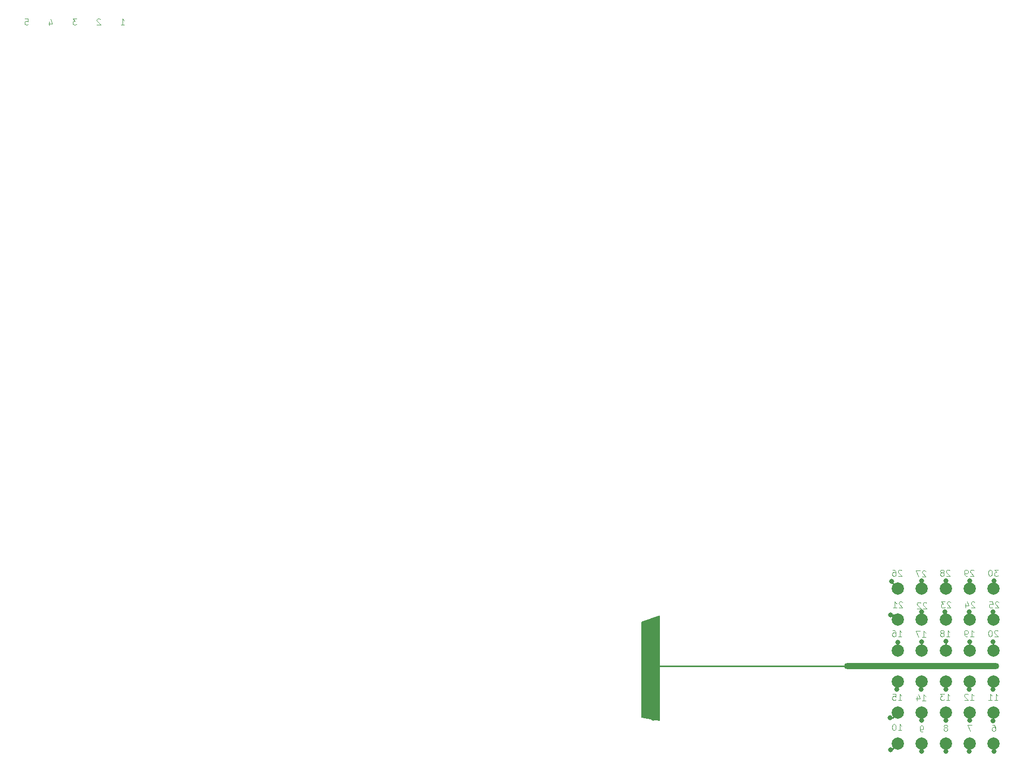
<source format=gbr>
%TF.GenerationSoftware,KiCad,Pcbnew,7.0.8*%
%TF.CreationDate,2023-11-07T17:21:35-08:00*%
%TF.ProjectId,trill-flex-slider,7472696c-6c2d-4666-9c65-782d736c6964,C1*%
%TF.SameCoordinates,Original*%
%TF.FileFunction,Copper,L2,Bot*%
%TF.FilePolarity,Positive*%
%FSLAX46Y46*%
G04 Gerber Fmt 4.6, Leading zero omitted, Abs format (unit mm)*
G04 Created by KiCad (PCBNEW 7.0.8) date 2023-11-07 17:21:35*
%MOMM*%
%LPD*%
G01*
G04 APERTURE LIST*
G04 Aperture macros list*
%AMRoundRect*
0 Rectangle with rounded corners*
0 $1 Rounding radius*
0 $2 $3 $4 $5 $6 $7 $8 $9 X,Y pos of 4 corners*
0 Add a 4 corners polygon primitive as box body*
4,1,4,$2,$3,$4,$5,$6,$7,$8,$9,$2,$3,0*
0 Add four circle primitives for the rounded corners*
1,1,$1+$1,$2,$3*
1,1,$1+$1,$4,$5*
1,1,$1+$1,$6,$7*
1,1,$1+$1,$8,$9*
0 Add four rect primitives between the rounded corners*
20,1,$1+$1,$2,$3,$4,$5,0*
20,1,$1+$1,$4,$5,$6,$7,0*
20,1,$1+$1,$6,$7,$8,$9,0*
20,1,$1+$1,$8,$9,$2,$3,0*%
G04 Aperture macros list end*
%ADD10C,0.100000*%
%TA.AperFunction,NonConductor*%
%ADD11C,0.100000*%
%TD*%
%TA.AperFunction,SMDPad,CuDef*%
%ADD12C,2.000000*%
%TD*%
%TA.AperFunction,SMDPad,CuDef*%
%ADD13RoundRect,0.500000X12.200000X0.000000X-12.200000X0.000000X-12.200000X0.000000X12.200000X0.000000X0*%
%TD*%
%TA.AperFunction,ViaPad*%
%ADD14C,0.800000*%
%TD*%
%TA.AperFunction,Conductor*%
%ADD15C,0.250000*%
%TD*%
G04 APERTURE END LIST*
D10*
D11*
X11554734Y1159342D02*
X11507115Y1206961D01*
X11507115Y1206961D02*
X11411877Y1254580D01*
X11411877Y1254580D02*
X11173782Y1254580D01*
X11173782Y1254580D02*
X11078544Y1206961D01*
X11078544Y1206961D02*
X11030925Y1159342D01*
X11030925Y1159342D02*
X10983306Y1064104D01*
X10983306Y1064104D02*
X10983306Y968866D01*
X10983306Y968866D02*
X11030925Y826009D01*
X11030925Y826009D02*
X11602353Y254580D01*
X11602353Y254580D02*
X10983306Y254580D01*
D10*
D11*
X150034106Y-110379419D02*
X150605534Y-110379419D01*
X150319820Y-110379419D02*
X150319820Y-109379419D01*
X150319820Y-109379419D02*
X150415058Y-109522276D01*
X150415058Y-109522276D02*
X150510296Y-109617514D01*
X150510296Y-109617514D02*
X150605534Y-109665133D01*
X149700772Y-109379419D02*
X149081725Y-109379419D01*
X149081725Y-109379419D02*
X149415058Y-109760371D01*
X149415058Y-109760371D02*
X149272201Y-109760371D01*
X149272201Y-109760371D02*
X149176963Y-109807990D01*
X149176963Y-109807990D02*
X149129344Y-109855609D01*
X149129344Y-109855609D02*
X149081725Y-109950847D01*
X149081725Y-109950847D02*
X149081725Y-110188942D01*
X149081725Y-110188942D02*
X149129344Y-110284180D01*
X149129344Y-110284180D02*
X149176963Y-110331800D01*
X149176963Y-110331800D02*
X149272201Y-110379419D01*
X149272201Y-110379419D02*
X149557915Y-110379419D01*
X149557915Y-110379419D02*
X149653153Y-110331800D01*
X149653153Y-110331800D02*
X149700772Y-110284180D01*
D10*
D11*
X142160106Y-99965419D02*
X142731534Y-99965419D01*
X142445820Y-99965419D02*
X142445820Y-98965419D01*
X142445820Y-98965419D02*
X142541058Y-99108276D01*
X142541058Y-99108276D02*
X142636296Y-99203514D01*
X142636296Y-99203514D02*
X142731534Y-99251133D01*
X141302963Y-98965419D02*
X141493439Y-98965419D01*
X141493439Y-98965419D02*
X141588677Y-99013038D01*
X141588677Y-99013038D02*
X141636296Y-99060657D01*
X141636296Y-99060657D02*
X141731534Y-99203514D01*
X141731534Y-99203514D02*
X141779153Y-99393990D01*
X141779153Y-99393990D02*
X141779153Y-99774942D01*
X141779153Y-99774942D02*
X141731534Y-99870180D01*
X141731534Y-99870180D02*
X141683915Y-99917800D01*
X141683915Y-99917800D02*
X141588677Y-99965419D01*
X141588677Y-99965419D02*
X141398201Y-99965419D01*
X141398201Y-99965419D02*
X141302963Y-99917800D01*
X141302963Y-99917800D02*
X141255344Y-99870180D01*
X141255344Y-99870180D02*
X141207725Y-99774942D01*
X141207725Y-99774942D02*
X141207725Y-99536847D01*
X141207725Y-99536847D02*
X141255344Y-99441609D01*
X141255344Y-99441609D02*
X141302963Y-99393990D01*
X141302963Y-99393990D02*
X141398201Y-99346371D01*
X141398201Y-99346371D02*
X141588677Y-99346371D01*
X141588677Y-99346371D02*
X141683915Y-99393990D01*
X141683915Y-99393990D02*
X141731534Y-99441609D01*
X141731534Y-99441609D02*
X141779153Y-99536847D01*
D10*
D11*
X150605534Y-89154657D02*
X150557915Y-89107038D01*
X150557915Y-89107038D02*
X150462677Y-89059419D01*
X150462677Y-89059419D02*
X150224582Y-89059419D01*
X150224582Y-89059419D02*
X150129344Y-89107038D01*
X150129344Y-89107038D02*
X150081725Y-89154657D01*
X150081725Y-89154657D02*
X150034106Y-89249895D01*
X150034106Y-89249895D02*
X150034106Y-89345133D01*
X150034106Y-89345133D02*
X150081725Y-89487990D01*
X150081725Y-89487990D02*
X150653153Y-90059419D01*
X150653153Y-90059419D02*
X150034106Y-90059419D01*
X149462677Y-89487990D02*
X149557915Y-89440371D01*
X149557915Y-89440371D02*
X149605534Y-89392752D01*
X149605534Y-89392752D02*
X149653153Y-89297514D01*
X149653153Y-89297514D02*
X149653153Y-89249895D01*
X149653153Y-89249895D02*
X149605534Y-89154657D01*
X149605534Y-89154657D02*
X149557915Y-89107038D01*
X149557915Y-89107038D02*
X149462677Y-89059419D01*
X149462677Y-89059419D02*
X149272201Y-89059419D01*
X149272201Y-89059419D02*
X149176963Y-89107038D01*
X149176963Y-89107038D02*
X149129344Y-89154657D01*
X149129344Y-89154657D02*
X149081725Y-89249895D01*
X149081725Y-89249895D02*
X149081725Y-89297514D01*
X149081725Y-89297514D02*
X149129344Y-89392752D01*
X149129344Y-89392752D02*
X149176963Y-89440371D01*
X149176963Y-89440371D02*
X149272201Y-89487990D01*
X149272201Y-89487990D02*
X149462677Y-89487990D01*
X149462677Y-89487990D02*
X149557915Y-89535609D01*
X149557915Y-89535609D02*
X149605534Y-89583228D01*
X149605534Y-89583228D02*
X149653153Y-89678466D01*
X149653153Y-89678466D02*
X149653153Y-89868942D01*
X149653153Y-89868942D02*
X149605534Y-89964180D01*
X149605534Y-89964180D02*
X149557915Y-90011800D01*
X149557915Y-90011800D02*
X149462677Y-90059419D01*
X149462677Y-90059419D02*
X149272201Y-90059419D01*
X149272201Y-90059419D02*
X149176963Y-90011800D01*
X149176963Y-90011800D02*
X149129344Y-89964180D01*
X149129344Y-89964180D02*
X149081725Y-89868942D01*
X149081725Y-89868942D02*
X149081725Y-89678466D01*
X149081725Y-89678466D02*
X149129344Y-89583228D01*
X149129344Y-89583228D02*
X149176963Y-89535609D01*
X149176963Y-89535609D02*
X149272201Y-89487990D01*
D10*
D11*
X150034106Y-99965419D02*
X150605534Y-99965419D01*
X150319820Y-99965419D02*
X150319820Y-98965419D01*
X150319820Y-98965419D02*
X150415058Y-99108276D01*
X150415058Y-99108276D02*
X150510296Y-99203514D01*
X150510296Y-99203514D02*
X150605534Y-99251133D01*
X149462677Y-99393990D02*
X149557915Y-99346371D01*
X149557915Y-99346371D02*
X149605534Y-99298752D01*
X149605534Y-99298752D02*
X149653153Y-99203514D01*
X149653153Y-99203514D02*
X149653153Y-99155895D01*
X149653153Y-99155895D02*
X149605534Y-99060657D01*
X149605534Y-99060657D02*
X149557915Y-99013038D01*
X149557915Y-99013038D02*
X149462677Y-98965419D01*
X149462677Y-98965419D02*
X149272201Y-98965419D01*
X149272201Y-98965419D02*
X149176963Y-99013038D01*
X149176963Y-99013038D02*
X149129344Y-99060657D01*
X149129344Y-99060657D02*
X149081725Y-99155895D01*
X149081725Y-99155895D02*
X149081725Y-99203514D01*
X149081725Y-99203514D02*
X149129344Y-99298752D01*
X149129344Y-99298752D02*
X149176963Y-99346371D01*
X149176963Y-99346371D02*
X149272201Y-99393990D01*
X149272201Y-99393990D02*
X149462677Y-99393990D01*
X149462677Y-99393990D02*
X149557915Y-99441609D01*
X149557915Y-99441609D02*
X149605534Y-99489228D01*
X149605534Y-99489228D02*
X149653153Y-99584466D01*
X149653153Y-99584466D02*
X149653153Y-99774942D01*
X149653153Y-99774942D02*
X149605534Y-99870180D01*
X149605534Y-99870180D02*
X149557915Y-99917800D01*
X149557915Y-99917800D02*
X149462677Y-99965419D01*
X149462677Y-99965419D02*
X149272201Y-99965419D01*
X149272201Y-99965419D02*
X149176963Y-99917800D01*
X149176963Y-99917800D02*
X149129344Y-99870180D01*
X149129344Y-99870180D02*
X149081725Y-99774942D01*
X149081725Y-99774942D02*
X149081725Y-99584466D01*
X149081725Y-99584466D02*
X149129344Y-99489228D01*
X149129344Y-99489228D02*
X149176963Y-99441609D01*
X149176963Y-99441609D02*
X149272201Y-99393990D01*
D10*
D11*
X154542534Y-89154657D02*
X154494915Y-89107038D01*
X154494915Y-89107038D02*
X154399677Y-89059419D01*
X154399677Y-89059419D02*
X154161582Y-89059419D01*
X154161582Y-89059419D02*
X154066344Y-89107038D01*
X154066344Y-89107038D02*
X154018725Y-89154657D01*
X154018725Y-89154657D02*
X153971106Y-89249895D01*
X153971106Y-89249895D02*
X153971106Y-89345133D01*
X153971106Y-89345133D02*
X154018725Y-89487990D01*
X154018725Y-89487990D02*
X154590153Y-90059419D01*
X154590153Y-90059419D02*
X153971106Y-90059419D01*
X153494915Y-90059419D02*
X153304439Y-90059419D01*
X153304439Y-90059419D02*
X153209201Y-90011800D01*
X153209201Y-90011800D02*
X153161582Y-89964180D01*
X153161582Y-89964180D02*
X153066344Y-89821323D01*
X153066344Y-89821323D02*
X153018725Y-89630847D01*
X153018725Y-89630847D02*
X153018725Y-89249895D01*
X153018725Y-89249895D02*
X153066344Y-89154657D01*
X153066344Y-89154657D02*
X153113963Y-89107038D01*
X153113963Y-89107038D02*
X153209201Y-89059419D01*
X153209201Y-89059419D02*
X153399677Y-89059419D01*
X153399677Y-89059419D02*
X153494915Y-89107038D01*
X153494915Y-89107038D02*
X153542534Y-89154657D01*
X153542534Y-89154657D02*
X153590153Y-89249895D01*
X153590153Y-89249895D02*
X153590153Y-89487990D01*
X153590153Y-89487990D02*
X153542534Y-89583228D01*
X153542534Y-89583228D02*
X153494915Y-89630847D01*
X153494915Y-89630847D02*
X153399677Y-89678466D01*
X153399677Y-89678466D02*
X153209201Y-89678466D01*
X153209201Y-89678466D02*
X153113963Y-89630847D01*
X153113963Y-89630847D02*
X153066344Y-89583228D01*
X153066344Y-89583228D02*
X153018725Y-89487990D01*
D10*
D11*
X-780074Y1254580D02*
X-303884Y1254580D01*
X-303884Y1254580D02*
X-256265Y778390D01*
X-256265Y778390D02*
X-303884Y826009D01*
X-303884Y826009D02*
X-399122Y873628D01*
X-399122Y873628D02*
X-637217Y873628D01*
X-637217Y873628D02*
X-732455Y826009D01*
X-732455Y826009D02*
X-780074Y778390D01*
X-780074Y778390D02*
X-827693Y683152D01*
X-827693Y683152D02*
X-827693Y445057D01*
X-827693Y445057D02*
X-780074Y349819D01*
X-780074Y349819D02*
X-732455Y302200D01*
X-732455Y302200D02*
X-637217Y254580D01*
X-637217Y254580D02*
X-399122Y254580D01*
X-399122Y254580D02*
X-303884Y302200D01*
X-303884Y302200D02*
X-256265Y349819D01*
D10*
D11*
X142160106Y-110379419D02*
X142731534Y-110379419D01*
X142445820Y-110379419D02*
X142445820Y-109379419D01*
X142445820Y-109379419D02*
X142541058Y-109522276D01*
X142541058Y-109522276D02*
X142636296Y-109617514D01*
X142636296Y-109617514D02*
X142731534Y-109665133D01*
X141255344Y-109379419D02*
X141731534Y-109379419D01*
X141731534Y-109379419D02*
X141779153Y-109855609D01*
X141779153Y-109855609D02*
X141731534Y-109807990D01*
X141731534Y-109807990D02*
X141636296Y-109760371D01*
X141636296Y-109760371D02*
X141398201Y-109760371D01*
X141398201Y-109760371D02*
X141302963Y-109807990D01*
X141302963Y-109807990D02*
X141255344Y-109855609D01*
X141255344Y-109855609D02*
X141207725Y-109950847D01*
X141207725Y-109950847D02*
X141207725Y-110188942D01*
X141207725Y-110188942D02*
X141255344Y-110284180D01*
X141255344Y-110284180D02*
X141302963Y-110331800D01*
X141302963Y-110331800D02*
X141398201Y-110379419D01*
X141398201Y-110379419D02*
X141636296Y-110379419D01*
X141636296Y-110379419D02*
X141731534Y-110331800D01*
X141731534Y-110331800D02*
X141779153Y-110284180D01*
D10*
D11*
X146668534Y-89281657D02*
X146620915Y-89234038D01*
X146620915Y-89234038D02*
X146525677Y-89186419D01*
X146525677Y-89186419D02*
X146287582Y-89186419D01*
X146287582Y-89186419D02*
X146192344Y-89234038D01*
X146192344Y-89234038D02*
X146144725Y-89281657D01*
X146144725Y-89281657D02*
X146097106Y-89376895D01*
X146097106Y-89376895D02*
X146097106Y-89472133D01*
X146097106Y-89472133D02*
X146144725Y-89614990D01*
X146144725Y-89614990D02*
X146716153Y-90186419D01*
X146716153Y-90186419D02*
X146097106Y-90186419D01*
X145763772Y-89186419D02*
X145097106Y-89186419D01*
X145097106Y-89186419D02*
X145525677Y-90186419D01*
D10*
D11*
X150034058Y-114887990D02*
X150129296Y-114840371D01*
X150129296Y-114840371D02*
X150176915Y-114792752D01*
X150176915Y-114792752D02*
X150224534Y-114697514D01*
X150224534Y-114697514D02*
X150224534Y-114649895D01*
X150224534Y-114649895D02*
X150176915Y-114554657D01*
X150176915Y-114554657D02*
X150129296Y-114507038D01*
X150129296Y-114507038D02*
X150034058Y-114459419D01*
X150034058Y-114459419D02*
X149843582Y-114459419D01*
X149843582Y-114459419D02*
X149748344Y-114507038D01*
X149748344Y-114507038D02*
X149700725Y-114554657D01*
X149700725Y-114554657D02*
X149653106Y-114649895D01*
X149653106Y-114649895D02*
X149653106Y-114697514D01*
X149653106Y-114697514D02*
X149700725Y-114792752D01*
X149700725Y-114792752D02*
X149748344Y-114840371D01*
X149748344Y-114840371D02*
X149843582Y-114887990D01*
X149843582Y-114887990D02*
X150034058Y-114887990D01*
X150034058Y-114887990D02*
X150129296Y-114935609D01*
X150129296Y-114935609D02*
X150176915Y-114983228D01*
X150176915Y-114983228D02*
X150224534Y-115078466D01*
X150224534Y-115078466D02*
X150224534Y-115268942D01*
X150224534Y-115268942D02*
X150176915Y-115364180D01*
X150176915Y-115364180D02*
X150129296Y-115411800D01*
X150129296Y-115411800D02*
X150034058Y-115459419D01*
X150034058Y-115459419D02*
X149843582Y-115459419D01*
X149843582Y-115459419D02*
X149748344Y-115411800D01*
X149748344Y-115411800D02*
X149700725Y-115364180D01*
X149700725Y-115364180D02*
X149653106Y-115268942D01*
X149653106Y-115268942D02*
X149653106Y-115078466D01*
X149653106Y-115078466D02*
X149700725Y-114983228D01*
X149700725Y-114983228D02*
X149748344Y-114935609D01*
X149748344Y-114935609D02*
X149843582Y-114887990D01*
D10*
D11*
X150732534Y-94361657D02*
X150684915Y-94314038D01*
X150684915Y-94314038D02*
X150589677Y-94266419D01*
X150589677Y-94266419D02*
X150351582Y-94266419D01*
X150351582Y-94266419D02*
X150256344Y-94314038D01*
X150256344Y-94314038D02*
X150208725Y-94361657D01*
X150208725Y-94361657D02*
X150161106Y-94456895D01*
X150161106Y-94456895D02*
X150161106Y-94552133D01*
X150161106Y-94552133D02*
X150208725Y-94694990D01*
X150208725Y-94694990D02*
X150780153Y-95266419D01*
X150780153Y-95266419D02*
X150161106Y-95266419D01*
X149827772Y-94266419D02*
X149208725Y-94266419D01*
X149208725Y-94266419D02*
X149542058Y-94647371D01*
X149542058Y-94647371D02*
X149399201Y-94647371D01*
X149399201Y-94647371D02*
X149303963Y-94694990D01*
X149303963Y-94694990D02*
X149256344Y-94742609D01*
X149256344Y-94742609D02*
X149208725Y-94837847D01*
X149208725Y-94837847D02*
X149208725Y-95075942D01*
X149208725Y-95075942D02*
X149256344Y-95171180D01*
X149256344Y-95171180D02*
X149303963Y-95218800D01*
X149303963Y-95218800D02*
X149399201Y-95266419D01*
X149399201Y-95266419D02*
X149684915Y-95266419D01*
X149684915Y-95266419D02*
X149780153Y-95218800D01*
X149780153Y-95218800D02*
X149827772Y-95171180D01*
D10*
D11*
X154209153Y-114459419D02*
X153542487Y-114459419D01*
X153542487Y-114459419D02*
X153971058Y-115459419D01*
D10*
D11*
X14920306Y254580D02*
X15491734Y254580D01*
X15206020Y254580D02*
X15206020Y1254580D01*
X15206020Y1254580D02*
X15301258Y1111723D01*
X15301258Y1111723D02*
X15396496Y1016485D01*
X15396496Y1016485D02*
X15491734Y968866D01*
D10*
D11*
X153971106Y-99965419D02*
X154542534Y-99965419D01*
X154256820Y-99965419D02*
X154256820Y-98965419D01*
X154256820Y-98965419D02*
X154352058Y-99108276D01*
X154352058Y-99108276D02*
X154447296Y-99203514D01*
X154447296Y-99203514D02*
X154542534Y-99251133D01*
X153494915Y-99965419D02*
X153304439Y-99965419D01*
X153304439Y-99965419D02*
X153209201Y-99917800D01*
X153209201Y-99917800D02*
X153161582Y-99870180D01*
X153161582Y-99870180D02*
X153066344Y-99727323D01*
X153066344Y-99727323D02*
X153018725Y-99536847D01*
X153018725Y-99536847D02*
X153018725Y-99155895D01*
X153018725Y-99155895D02*
X153066344Y-99060657D01*
X153066344Y-99060657D02*
X153113963Y-99013038D01*
X153113963Y-99013038D02*
X153209201Y-98965419D01*
X153209201Y-98965419D02*
X153399677Y-98965419D01*
X153399677Y-98965419D02*
X153494915Y-99013038D01*
X153494915Y-99013038D02*
X153542534Y-99060657D01*
X153542534Y-99060657D02*
X153590153Y-99155895D01*
X153590153Y-99155895D02*
X153590153Y-99393990D01*
X153590153Y-99393990D02*
X153542534Y-99489228D01*
X153542534Y-99489228D02*
X153494915Y-99536847D01*
X153494915Y-99536847D02*
X153399677Y-99584466D01*
X153399677Y-99584466D02*
X153209201Y-99584466D01*
X153209201Y-99584466D02*
X153113963Y-99536847D01*
X153113963Y-99536847D02*
X153066344Y-99489228D01*
X153066344Y-99489228D02*
X153018725Y-99393990D01*
D10*
D11*
X146795534Y-94488657D02*
X146747915Y-94441038D01*
X146747915Y-94441038D02*
X146652677Y-94393419D01*
X146652677Y-94393419D02*
X146414582Y-94393419D01*
X146414582Y-94393419D02*
X146319344Y-94441038D01*
X146319344Y-94441038D02*
X146271725Y-94488657D01*
X146271725Y-94488657D02*
X146224106Y-94583895D01*
X146224106Y-94583895D02*
X146224106Y-94679133D01*
X146224106Y-94679133D02*
X146271725Y-94821990D01*
X146271725Y-94821990D02*
X146843153Y-95393419D01*
X146843153Y-95393419D02*
X146224106Y-95393419D01*
X145843153Y-94488657D02*
X145795534Y-94441038D01*
X145795534Y-94441038D02*
X145700296Y-94393419D01*
X145700296Y-94393419D02*
X145462201Y-94393419D01*
X145462201Y-94393419D02*
X145366963Y-94441038D01*
X145366963Y-94441038D02*
X145319344Y-94488657D01*
X145319344Y-94488657D02*
X145271725Y-94583895D01*
X145271725Y-94583895D02*
X145271725Y-94679133D01*
X145271725Y-94679133D02*
X145319344Y-94821990D01*
X145319344Y-94821990D02*
X145890772Y-95393419D01*
X145890772Y-95393419D02*
X145271725Y-95393419D01*
D10*
D11*
X3204544Y794247D02*
X3204544Y127580D01*
X3442639Y1175200D02*
X3680734Y460914D01*
X3680734Y460914D02*
X3061687Y460914D01*
D10*
D11*
X154669534Y-94361657D02*
X154621915Y-94314038D01*
X154621915Y-94314038D02*
X154526677Y-94266419D01*
X154526677Y-94266419D02*
X154288582Y-94266419D01*
X154288582Y-94266419D02*
X154193344Y-94314038D01*
X154193344Y-94314038D02*
X154145725Y-94361657D01*
X154145725Y-94361657D02*
X154098106Y-94456895D01*
X154098106Y-94456895D02*
X154098106Y-94552133D01*
X154098106Y-94552133D02*
X154145725Y-94694990D01*
X154145725Y-94694990D02*
X154717153Y-95266419D01*
X154717153Y-95266419D02*
X154098106Y-95266419D01*
X153240963Y-94599752D02*
X153240963Y-95266419D01*
X153479058Y-94218800D02*
X153717153Y-94933085D01*
X153717153Y-94933085D02*
X153098106Y-94933085D01*
D10*
D11*
X142160106Y-115332419D02*
X142731534Y-115332419D01*
X142445820Y-115332419D02*
X142445820Y-114332419D01*
X142445820Y-114332419D02*
X142541058Y-114475276D01*
X142541058Y-114475276D02*
X142636296Y-114570514D01*
X142636296Y-114570514D02*
X142731534Y-114618133D01*
X141541058Y-114332419D02*
X141445820Y-114332419D01*
X141445820Y-114332419D02*
X141350582Y-114380038D01*
X141350582Y-114380038D02*
X141302963Y-114427657D01*
X141302963Y-114427657D02*
X141255344Y-114522895D01*
X141255344Y-114522895D02*
X141207725Y-114713371D01*
X141207725Y-114713371D02*
X141207725Y-114951466D01*
X141207725Y-114951466D02*
X141255344Y-115141942D01*
X141255344Y-115141942D02*
X141302963Y-115237180D01*
X141302963Y-115237180D02*
X141350582Y-115284800D01*
X141350582Y-115284800D02*
X141445820Y-115332419D01*
X141445820Y-115332419D02*
X141541058Y-115332419D01*
X141541058Y-115332419D02*
X141636296Y-115284800D01*
X141636296Y-115284800D02*
X141683915Y-115237180D01*
X141683915Y-115237180D02*
X141731534Y-115141942D01*
X141731534Y-115141942D02*
X141779153Y-114951466D01*
X141779153Y-114951466D02*
X141779153Y-114713371D01*
X141779153Y-114713371D02*
X141731534Y-114522895D01*
X141731534Y-114522895D02*
X141683915Y-114427657D01*
X141683915Y-114427657D02*
X141636296Y-114380038D01*
X141636296Y-114380038D02*
X141541058Y-114332419D01*
D10*
D11*
X142858534Y-94361657D02*
X142810915Y-94314038D01*
X142810915Y-94314038D02*
X142715677Y-94266419D01*
X142715677Y-94266419D02*
X142477582Y-94266419D01*
X142477582Y-94266419D02*
X142382344Y-94314038D01*
X142382344Y-94314038D02*
X142334725Y-94361657D01*
X142334725Y-94361657D02*
X142287106Y-94456895D01*
X142287106Y-94456895D02*
X142287106Y-94552133D01*
X142287106Y-94552133D02*
X142334725Y-94694990D01*
X142334725Y-94694990D02*
X142906153Y-95266419D01*
X142906153Y-95266419D02*
X142287106Y-95266419D01*
X141334725Y-95266419D02*
X141906153Y-95266419D01*
X141620439Y-95266419D02*
X141620439Y-94266419D01*
X141620439Y-94266419D02*
X141715677Y-94409276D01*
X141715677Y-94409276D02*
X141810915Y-94504514D01*
X141810915Y-94504514D02*
X141906153Y-94552133D01*
D10*
D11*
X142731534Y-89154657D02*
X142683915Y-89107038D01*
X142683915Y-89107038D02*
X142588677Y-89059419D01*
X142588677Y-89059419D02*
X142350582Y-89059419D01*
X142350582Y-89059419D02*
X142255344Y-89107038D01*
X142255344Y-89107038D02*
X142207725Y-89154657D01*
X142207725Y-89154657D02*
X142160106Y-89249895D01*
X142160106Y-89249895D02*
X142160106Y-89345133D01*
X142160106Y-89345133D02*
X142207725Y-89487990D01*
X142207725Y-89487990D02*
X142779153Y-90059419D01*
X142779153Y-90059419D02*
X142160106Y-90059419D01*
X141302963Y-89059419D02*
X141493439Y-89059419D01*
X141493439Y-89059419D02*
X141588677Y-89107038D01*
X141588677Y-89107038D02*
X141636296Y-89154657D01*
X141636296Y-89154657D02*
X141731534Y-89297514D01*
X141731534Y-89297514D02*
X141779153Y-89487990D01*
X141779153Y-89487990D02*
X141779153Y-89868942D01*
X141779153Y-89868942D02*
X141731534Y-89964180D01*
X141731534Y-89964180D02*
X141683915Y-90011800D01*
X141683915Y-90011800D02*
X141588677Y-90059419D01*
X141588677Y-90059419D02*
X141398201Y-90059419D01*
X141398201Y-90059419D02*
X141302963Y-90011800D01*
X141302963Y-90011800D02*
X141255344Y-89964180D01*
X141255344Y-89964180D02*
X141207725Y-89868942D01*
X141207725Y-89868942D02*
X141207725Y-89630847D01*
X141207725Y-89630847D02*
X141255344Y-89535609D01*
X141255344Y-89535609D02*
X141302963Y-89487990D01*
X141302963Y-89487990D02*
X141398201Y-89440371D01*
X141398201Y-89440371D02*
X141588677Y-89440371D01*
X141588677Y-89440371D02*
X141683915Y-89487990D01*
X141683915Y-89487990D02*
X141731534Y-89535609D01*
X141731534Y-89535609D02*
X141779153Y-89630847D01*
D10*
D11*
X158527153Y-89059419D02*
X157908106Y-89059419D01*
X157908106Y-89059419D02*
X158241439Y-89440371D01*
X158241439Y-89440371D02*
X158098582Y-89440371D01*
X158098582Y-89440371D02*
X158003344Y-89487990D01*
X158003344Y-89487990D02*
X157955725Y-89535609D01*
X157955725Y-89535609D02*
X157908106Y-89630847D01*
X157908106Y-89630847D02*
X157908106Y-89868942D01*
X157908106Y-89868942D02*
X157955725Y-89964180D01*
X157955725Y-89964180D02*
X158003344Y-90011800D01*
X158003344Y-90011800D02*
X158098582Y-90059419D01*
X158098582Y-90059419D02*
X158384296Y-90059419D01*
X158384296Y-90059419D02*
X158479534Y-90011800D01*
X158479534Y-90011800D02*
X158527153Y-89964180D01*
X157289058Y-89059419D02*
X157193820Y-89059419D01*
X157193820Y-89059419D02*
X157098582Y-89107038D01*
X157098582Y-89107038D02*
X157050963Y-89154657D01*
X157050963Y-89154657D02*
X157003344Y-89249895D01*
X157003344Y-89249895D02*
X156955725Y-89440371D01*
X156955725Y-89440371D02*
X156955725Y-89678466D01*
X156955725Y-89678466D02*
X157003344Y-89868942D01*
X157003344Y-89868942D02*
X157050963Y-89964180D01*
X157050963Y-89964180D02*
X157098582Y-90011800D01*
X157098582Y-90011800D02*
X157193820Y-90059419D01*
X157193820Y-90059419D02*
X157289058Y-90059419D01*
X157289058Y-90059419D02*
X157384296Y-90011800D01*
X157384296Y-90011800D02*
X157431915Y-89964180D01*
X157431915Y-89964180D02*
X157479534Y-89868942D01*
X157479534Y-89868942D02*
X157527153Y-89678466D01*
X157527153Y-89678466D02*
X157527153Y-89440371D01*
X157527153Y-89440371D02*
X157479534Y-89249895D01*
X157479534Y-89249895D02*
X157431915Y-89154657D01*
X157431915Y-89154657D02*
X157384296Y-89107038D01*
X157384296Y-89107038D02*
X157289058Y-89059419D01*
D10*
D11*
X157622344Y-114459419D02*
X157812820Y-114459419D01*
X157812820Y-114459419D02*
X157908058Y-114507038D01*
X157908058Y-114507038D02*
X157955677Y-114554657D01*
X157955677Y-114554657D02*
X158050915Y-114697514D01*
X158050915Y-114697514D02*
X158098534Y-114887990D01*
X158098534Y-114887990D02*
X158098534Y-115268942D01*
X158098534Y-115268942D02*
X158050915Y-115364180D01*
X158050915Y-115364180D02*
X158003296Y-115411800D01*
X158003296Y-115411800D02*
X157908058Y-115459419D01*
X157908058Y-115459419D02*
X157717582Y-115459419D01*
X157717582Y-115459419D02*
X157622344Y-115411800D01*
X157622344Y-115411800D02*
X157574725Y-115364180D01*
X157574725Y-115364180D02*
X157527106Y-115268942D01*
X157527106Y-115268942D02*
X157527106Y-115030847D01*
X157527106Y-115030847D02*
X157574725Y-114935609D01*
X157574725Y-114935609D02*
X157622344Y-114887990D01*
X157622344Y-114887990D02*
X157717582Y-114840371D01*
X157717582Y-114840371D02*
X157908058Y-114840371D01*
X157908058Y-114840371D02*
X158003296Y-114887990D01*
X158003296Y-114887990D02*
X158050915Y-114935609D01*
X158050915Y-114935609D02*
X158098534Y-115030847D01*
D10*
D11*
X146097106Y-100092419D02*
X146668534Y-100092419D01*
X146382820Y-100092419D02*
X146382820Y-99092419D01*
X146382820Y-99092419D02*
X146478058Y-99235276D01*
X146478058Y-99235276D02*
X146573296Y-99330514D01*
X146573296Y-99330514D02*
X146668534Y-99378133D01*
X145763772Y-99092419D02*
X145097106Y-99092419D01*
X145097106Y-99092419D02*
X145525677Y-100092419D01*
D10*
D11*
X146097106Y-110506419D02*
X146668534Y-110506419D01*
X146382820Y-110506419D02*
X146382820Y-109506419D01*
X146382820Y-109506419D02*
X146478058Y-109649276D01*
X146478058Y-109649276D02*
X146573296Y-109744514D01*
X146573296Y-109744514D02*
X146668534Y-109792133D01*
X145239963Y-109839752D02*
X145239963Y-110506419D01*
X145478058Y-109458800D02*
X145716153Y-110173085D01*
X145716153Y-110173085D02*
X145097106Y-110173085D01*
D10*
D11*
X146192296Y-115586419D02*
X146001820Y-115586419D01*
X146001820Y-115586419D02*
X145906582Y-115538800D01*
X145906582Y-115538800D02*
X145858963Y-115491180D01*
X145858963Y-115491180D02*
X145763725Y-115348323D01*
X145763725Y-115348323D02*
X145716106Y-115157847D01*
X145716106Y-115157847D02*
X145716106Y-114776895D01*
X145716106Y-114776895D02*
X145763725Y-114681657D01*
X145763725Y-114681657D02*
X145811344Y-114634038D01*
X145811344Y-114634038D02*
X145906582Y-114586419D01*
X145906582Y-114586419D02*
X146097058Y-114586419D01*
X146097058Y-114586419D02*
X146192296Y-114634038D01*
X146192296Y-114634038D02*
X146239915Y-114681657D01*
X146239915Y-114681657D02*
X146287534Y-114776895D01*
X146287534Y-114776895D02*
X146287534Y-115014990D01*
X146287534Y-115014990D02*
X146239915Y-115110228D01*
X146239915Y-115110228D02*
X146192296Y-115157847D01*
X146192296Y-115157847D02*
X146097058Y-115205466D01*
X146097058Y-115205466D02*
X145906582Y-115205466D01*
X145906582Y-115205466D02*
X145811344Y-115157847D01*
X145811344Y-115157847D02*
X145763725Y-115110228D01*
X145763725Y-115110228D02*
X145716106Y-115014990D01*
D10*
D11*
X153971106Y-110379419D02*
X154542534Y-110379419D01*
X154256820Y-110379419D02*
X154256820Y-109379419D01*
X154256820Y-109379419D02*
X154352058Y-109522276D01*
X154352058Y-109522276D02*
X154447296Y-109617514D01*
X154447296Y-109617514D02*
X154542534Y-109665133D01*
X153590153Y-109474657D02*
X153542534Y-109427038D01*
X153542534Y-109427038D02*
X153447296Y-109379419D01*
X153447296Y-109379419D02*
X153209201Y-109379419D01*
X153209201Y-109379419D02*
X153113963Y-109427038D01*
X153113963Y-109427038D02*
X153066344Y-109474657D01*
X153066344Y-109474657D02*
X153018725Y-109569895D01*
X153018725Y-109569895D02*
X153018725Y-109665133D01*
X153018725Y-109665133D02*
X153066344Y-109807990D01*
X153066344Y-109807990D02*
X153637772Y-110379419D01*
X153637772Y-110379419D02*
X153018725Y-110379419D01*
D10*
D11*
X7665353Y1254580D02*
X7046306Y1254580D01*
X7046306Y1254580D02*
X7379639Y873628D01*
X7379639Y873628D02*
X7236782Y873628D01*
X7236782Y873628D02*
X7141544Y826009D01*
X7141544Y826009D02*
X7093925Y778390D01*
X7093925Y778390D02*
X7046306Y683152D01*
X7046306Y683152D02*
X7046306Y445057D01*
X7046306Y445057D02*
X7093925Y349819D01*
X7093925Y349819D02*
X7141544Y302200D01*
X7141544Y302200D02*
X7236782Y254580D01*
X7236782Y254580D02*
X7522496Y254580D01*
X7522496Y254580D02*
X7617734Y302200D01*
X7617734Y302200D02*
X7665353Y349819D01*
D10*
D11*
X157908106Y-110379419D02*
X158479534Y-110379419D01*
X158193820Y-110379419D02*
X158193820Y-109379419D01*
X158193820Y-109379419D02*
X158289058Y-109522276D01*
X158289058Y-109522276D02*
X158384296Y-109617514D01*
X158384296Y-109617514D02*
X158479534Y-109665133D01*
X156955725Y-110379419D02*
X157527153Y-110379419D01*
X157241439Y-110379419D02*
X157241439Y-109379419D01*
X157241439Y-109379419D02*
X157336677Y-109522276D01*
X157336677Y-109522276D02*
X157431915Y-109617514D01*
X157431915Y-109617514D02*
X157527153Y-109665133D01*
D10*
D11*
X158606534Y-94361657D02*
X158558915Y-94314038D01*
X158558915Y-94314038D02*
X158463677Y-94266419D01*
X158463677Y-94266419D02*
X158225582Y-94266419D01*
X158225582Y-94266419D02*
X158130344Y-94314038D01*
X158130344Y-94314038D02*
X158082725Y-94361657D01*
X158082725Y-94361657D02*
X158035106Y-94456895D01*
X158035106Y-94456895D02*
X158035106Y-94552133D01*
X158035106Y-94552133D02*
X158082725Y-94694990D01*
X158082725Y-94694990D02*
X158654153Y-95266419D01*
X158654153Y-95266419D02*
X158035106Y-95266419D01*
X157130344Y-94266419D02*
X157606534Y-94266419D01*
X157606534Y-94266419D02*
X157654153Y-94742609D01*
X157654153Y-94742609D02*
X157606534Y-94694990D01*
X157606534Y-94694990D02*
X157511296Y-94647371D01*
X157511296Y-94647371D02*
X157273201Y-94647371D01*
X157273201Y-94647371D02*
X157177963Y-94694990D01*
X157177963Y-94694990D02*
X157130344Y-94742609D01*
X157130344Y-94742609D02*
X157082725Y-94837847D01*
X157082725Y-94837847D02*
X157082725Y-95075942D01*
X157082725Y-95075942D02*
X157130344Y-95171180D01*
X157130344Y-95171180D02*
X157177963Y-95218800D01*
X157177963Y-95218800D02*
X157273201Y-95266419D01*
X157273201Y-95266419D02*
X157511296Y-95266419D01*
X157511296Y-95266419D02*
X157606534Y-95218800D01*
X157606534Y-95218800D02*
X157654153Y-95171180D01*
D10*
D11*
X158479534Y-99060657D02*
X158431915Y-99013038D01*
X158431915Y-99013038D02*
X158336677Y-98965419D01*
X158336677Y-98965419D02*
X158098582Y-98965419D01*
X158098582Y-98965419D02*
X158003344Y-99013038D01*
X158003344Y-99013038D02*
X157955725Y-99060657D01*
X157955725Y-99060657D02*
X157908106Y-99155895D01*
X157908106Y-99155895D02*
X157908106Y-99251133D01*
X157908106Y-99251133D02*
X157955725Y-99393990D01*
X157955725Y-99393990D02*
X158527153Y-99965419D01*
X158527153Y-99965419D02*
X157908106Y-99965419D01*
X157289058Y-98965419D02*
X157193820Y-98965419D01*
X157193820Y-98965419D02*
X157098582Y-99013038D01*
X157098582Y-99013038D02*
X157050963Y-99060657D01*
X157050963Y-99060657D02*
X157003344Y-99155895D01*
X157003344Y-99155895D02*
X156955725Y-99346371D01*
X156955725Y-99346371D02*
X156955725Y-99584466D01*
X156955725Y-99584466D02*
X157003344Y-99774942D01*
X157003344Y-99774942D02*
X157050963Y-99870180D01*
X157050963Y-99870180D02*
X157098582Y-99917800D01*
X157098582Y-99917800D02*
X157193820Y-99965419D01*
X157193820Y-99965419D02*
X157289058Y-99965419D01*
X157289058Y-99965419D02*
X157384296Y-99917800D01*
X157384296Y-99917800D02*
X157431915Y-99870180D01*
X157431915Y-99870180D02*
X157479534Y-99774942D01*
X157479534Y-99774942D02*
X157527153Y-99584466D01*
X157527153Y-99584466D02*
X157527153Y-99346371D01*
X157527153Y-99346371D02*
X157479534Y-99155895D01*
X157479534Y-99155895D02*
X157431915Y-99060657D01*
X157431915Y-99060657D02*
X157384296Y-99013038D01*
X157384296Y-99013038D02*
X157289058Y-98965419D01*
D12*
%TO.P,CS1,1*%
%TO.N,Net-(C1-Pad2)*%
X157775300Y-117492000D03*
%TO.P,CS1,2*%
%TO.N,Net-(C1-Pad3)*%
X153862800Y-117492000D03*
%TO.P,CS1,3*%
%TO.N,Net-(C1-Pad4)*%
X149950300Y-117492000D03*
%TO.P,CS1,4*%
%TO.N,Net-(C1-Pad5)*%
X146037800Y-117492000D03*
%TO.P,CS1,5*%
%TO.N,Net-(C1-Pad6)*%
X142125300Y-117492000D03*
%TO.P,CS1,6*%
%TO.N,Net-(C1-Pad7)*%
X157775300Y-112412000D03*
%TO.P,CS1,7*%
%TO.N,Net-(C1-Pad8)*%
X153862800Y-112412000D03*
%TO.P,CS1,8*%
%TO.N,Net-(C1-Pad9)*%
X149950300Y-112412000D03*
%TO.P,CS1,9*%
%TO.N,Net-(C1-Pad10)*%
X146037800Y-112412000D03*
%TO.P,CS1,10*%
%TO.N,Net-(C1-Pad11)*%
X142125300Y-112412000D03*
%TO.P,CS1,11*%
%TO.N,Net-(C1-Pad12)*%
X157775300Y-107332000D03*
%TO.P,CS1,12*%
%TO.N,Net-(C1-Pad13)*%
X153862800Y-107332000D03*
%TO.P,CS1,13*%
%TO.N,Net-(C1-Pad14)*%
X149950300Y-107332000D03*
%TO.P,CS1,14*%
%TO.N,Net-(C1-Pad15)*%
X146037800Y-107332000D03*
%TO.P,CS1,15*%
%TO.N,Net-(C1-Pad16)*%
X142125300Y-107332000D03*
%TO.P,CS1,16*%
%TO.N,Net-(C1-Pad17)*%
X142125300Y-102252000D03*
%TO.P,CS1,17*%
%TO.N,Net-(C1-Pad18)*%
X146037800Y-102252000D03*
%TO.P,CS1,18*%
%TO.N,Net-(C1-Pad19)*%
X149950300Y-102252000D03*
%TO.P,CS1,19*%
%TO.N,Net-(C1-Pad20)*%
X153862800Y-102252000D03*
%TO.P,CS1,20*%
%TO.N,Net-(C1-Pad21)*%
X157775300Y-102252000D03*
%TO.P,CS1,21*%
%TO.N,Net-(C1-Pad22)*%
X142125300Y-97172000D03*
%TO.P,CS1,22*%
%TO.N,Net-(C1-Pad23)*%
X146037800Y-97172000D03*
%TO.P,CS1,23*%
%TO.N,Net-(C1-Pad24)*%
X149950300Y-97172000D03*
%TO.P,CS1,24*%
%TO.N,Net-(C1-Pad25)*%
X153862800Y-97172000D03*
%TO.P,CS1,25*%
%TO.N,Net-(C1-Pad26)*%
X157775300Y-97172000D03*
%TO.P,CS1,26*%
%TO.N,Net-(C1-Pad27)*%
X142125300Y-92092000D03*
%TO.P,CS1,27*%
%TO.N,Net-(C1-Pad28)*%
X146037800Y-92092000D03*
%TO.P,CS1,28*%
%TO.N,Net-(C1-Pad29)*%
X149950300Y-92092000D03*
%TO.P,CS1,29*%
%TO.N,Net-(C1-Pad30)*%
X153862800Y-92092000D03*
%TO.P,CS1,30*%
%TO.N,Net-(C1-Pad31)*%
X157775300Y-92092000D03*
D13*
%TO.P,CS1,GND*%
%TO.N,Net-(C1-Pad1)*%
X146037800Y-104792000D03*
%TD*%
D14*
%TO.N,Net-(C1-Pad2)*%
X157846800Y-118762000D03*
%TO.N,Net-(C1-Pad3)*%
X153782800Y-118762000D03*
%TO.N,Net-(C1-Pad4)*%
X149972800Y-118762000D03*
%TO.N,Net-(C1-Pad5)*%
X146035800Y-118762000D03*
%TO.N,Net-(C1-Pad6)*%
X140955800Y-118554300D03*
%TO.N,Net-(C1-Pad7)*%
X157719800Y-113809000D03*
%TO.N,Net-(C1-Pad8)*%
X153909800Y-113682000D03*
%TO.N,Net-(C1-Pad9)*%
X149972800Y-113682000D03*
%TO.N,Net-(C1-Pad10)*%
X146035800Y-113682000D03*
%TO.N,Net-(C1-Pad11)*%
X140828800Y-113301000D03*
%TO.N,Net-(C1-Pad12)*%
X157719800Y-108602000D03*
%TO.N,Net-(C1-Pad13)*%
X153782800Y-108602000D03*
%TO.N,Net-(C1-Pad14)*%
X149972800Y-108602000D03*
%TO.N,Net-(C1-Pad15)*%
X145908800Y-108602000D03*
%TO.N,Net-(C1-Pad16)*%
X141971800Y-108602000D03*
%TO.N,Net-(C1-Pad17)*%
X142098800Y-100935700D03*
%TO.N,Net-(C1-Pad18)*%
X146035800Y-100855000D03*
%TO.N,Net-(C1-Pad19)*%
X149972800Y-100728000D03*
%TO.N,Net-(C1-Pad20)*%
X153909800Y-100855000D03*
%TO.N,Net-(C1-Pad21)*%
X157719800Y-100855000D03*
%TO.N,Net-(C1-Pad22)*%
X140955800Y-96410000D03*
%TO.N,Net-(C1-Pad23)*%
X146035800Y-95935900D03*
%TO.N,Net-(C1-Pad24)*%
X149845800Y-95902000D03*
%TO.N,Net-(C1-Pad25)*%
X153782800Y-95902000D03*
%TO.N,Net-(C1-Pad26)*%
X157719800Y-95902000D03*
%TO.N,Net-(C1-Pad27)*%
X141082800Y-90969500D03*
%TO.N,Net-(C1-Pad28)*%
X146035800Y-90822000D03*
%TO.N,Net-(C1-Pad29)*%
X149972800Y-90822000D03*
%TO.N,Net-(C1-Pad30)*%
X153909800Y-90822000D03*
%TO.N,Net-(C1-Pad31)*%
X157846800Y-90822000D03*
%TO.N,Net-(C1-Pad1)*%
X101712800Y-97426000D03*
X102093800Y-113384300D03*
%TD*%
D15*
%TO.N,Net-(C1-Pad2)*%
X157846800Y-118762000D02*
X157846800Y-117563500D01*
X157846800Y-117563500D02*
X157775300Y-117492000D01*
%TO.N,Net-(C1-Pad3)*%
X153782800Y-117572000D02*
X153862800Y-117492000D01*
X153782800Y-118762000D02*
X153782800Y-117572000D01*
%TO.N,Net-(C1-Pad4)*%
X149972800Y-117514500D02*
X149950300Y-117492000D01*
X149972800Y-118762000D02*
X149972800Y-117514500D01*
%TO.N,Net-(C1-Pad5)*%
X146035800Y-117494000D02*
X146037800Y-117492000D01*
X146035800Y-118762000D02*
X146035800Y-117494000D01*
%TO.N,Net-(C1-Pad6)*%
X141063000Y-118554300D02*
X142125300Y-117492000D01*
X140955800Y-118554300D02*
X141063000Y-118554300D01*
%TO.N,Net-(C1-Pad7)*%
X157719800Y-113809000D02*
X157719800Y-112467500D01*
X157719800Y-112467500D02*
X157775300Y-112412000D01*
%TO.N,Net-(C1-Pad8)*%
X153909800Y-113682000D02*
X153909800Y-112459000D01*
X153909800Y-112459000D02*
X153862800Y-112412000D01*
%TO.N,Net-(C1-Pad9)*%
X149972800Y-112434500D02*
X149950300Y-112412000D01*
X149972800Y-113682000D02*
X149972800Y-112434500D01*
%TO.N,Net-(C1-Pad10)*%
X146035800Y-112414000D02*
X146037800Y-112412000D01*
X146035800Y-113682000D02*
X146035800Y-112414000D01*
%TO.N,Net-(C1-Pad11)*%
X141236300Y-113301000D02*
X142125300Y-112412000D01*
X140828800Y-113301000D02*
X141236300Y-113301000D01*
%TO.N,Net-(C1-Pad12)*%
X157719800Y-108602000D02*
X157719800Y-107387500D01*
X157719800Y-107387500D02*
X157775300Y-107332000D01*
%TO.N,Net-(C1-Pad13)*%
X153782800Y-107412000D02*
X153862800Y-107332000D01*
X153782800Y-108602000D02*
X153782800Y-107412000D01*
%TO.N,Net-(C1-Pad14)*%
X149972800Y-108602000D02*
X149972800Y-107354500D01*
X149972800Y-107354500D02*
X149950300Y-107332000D01*
%TO.N,Net-(C1-Pad15)*%
X145908800Y-107461000D02*
X146037800Y-107332000D01*
X145908800Y-108602000D02*
X145908800Y-107461000D01*
%TO.N,Net-(C1-Pad16)*%
X141971800Y-108602000D02*
X141971800Y-107485500D01*
X141971800Y-107485500D02*
X142125300Y-107332000D01*
%TO.N,Net-(C1-Pad17)*%
X142098800Y-100935700D02*
X142098800Y-102225500D01*
X142098800Y-102225500D02*
X142125300Y-102252000D01*
%TO.N,Net-(C1-Pad18)*%
X146035800Y-100855000D02*
X146035800Y-102250000D01*
X146035800Y-102250000D02*
X146037800Y-102252000D01*
%TO.N,Net-(C1-Pad19)*%
X149972800Y-100728000D02*
X149972800Y-102229500D01*
X149972800Y-102229500D02*
X149950300Y-102252000D01*
%TO.N,Net-(C1-Pad20)*%
X153909800Y-102205000D02*
X153862800Y-102252000D01*
X153909800Y-100855000D02*
X153909800Y-102205000D01*
%TO.N,Net-(C1-Pad21)*%
X157719800Y-100855000D02*
X157719800Y-102196500D01*
X157719800Y-102196500D02*
X157775300Y-102252000D01*
%TO.N,Net-(C1-Pad22)*%
X140955800Y-96410000D02*
X141363300Y-96410000D01*
X141363300Y-96410000D02*
X142125300Y-97172000D01*
%TO.N,Net-(C1-Pad23)*%
X146035800Y-97170000D02*
X146037800Y-97172000D01*
X146035800Y-95935900D02*
X146035800Y-97170000D01*
%TO.N,Net-(C1-Pad24)*%
X149845800Y-97067500D02*
X149950300Y-97172000D01*
X149845800Y-95902000D02*
X149845800Y-97067500D01*
%TO.N,Net-(C1-Pad25)*%
X153782800Y-95902000D02*
X153782800Y-97092000D01*
X153782800Y-97092000D02*
X153862800Y-97172000D01*
%TO.N,Net-(C1-Pad26)*%
X157719800Y-97116500D02*
X157775300Y-97172000D01*
X157719800Y-95902000D02*
X157719800Y-97116500D01*
%TO.N,Net-(C1-Pad27)*%
X141082800Y-91049500D02*
X142125300Y-92092000D01*
X141082800Y-90969500D02*
X141082800Y-91049500D01*
%TO.N,Net-(C1-Pad28)*%
X146035800Y-92090000D02*
X146037800Y-92092000D01*
X146035800Y-90822000D02*
X146035800Y-92090000D01*
%TO.N,Net-(C1-Pad29)*%
X149972800Y-90822000D02*
X149972800Y-92069500D01*
X149972800Y-92069500D02*
X149950300Y-92092000D01*
%TO.N,Net-(C1-Pad30)*%
X153909800Y-92045000D02*
X153862800Y-92092000D01*
X153909800Y-90822000D02*
X153909800Y-92045000D01*
%TO.N,Net-(C1-Pad31)*%
X157846800Y-90822000D02*
X157846800Y-92020500D01*
X157846800Y-92020500D02*
X157775300Y-92092000D01*
%TO.N,Net-(C1-Pad1)*%
X146037800Y-104792000D02*
X101712800Y-104792000D01*
X102518500Y-113384300D02*
X102728800Y-113174000D01*
X101712800Y-97426000D02*
X101966800Y-97426000D01*
X102093800Y-113384300D02*
X102518500Y-113384300D01*
X101966800Y-97426000D02*
X102220800Y-97172000D01*
%TD*%
%TA.AperFunction,Conductor*%
%TO.N,Net-(C1-Pad1)*%
G36*
X103103607Y-96533211D02*
G01*
X103135397Y-96567924D01*
X103139100Y-96588941D01*
X103139100Y-113755686D01*
X103121087Y-113799173D01*
X103077600Y-113817186D01*
X103066599Y-113816194D01*
X100189599Y-113293103D01*
X100150035Y-113267601D01*
X100139100Y-113232595D01*
X100139100Y-97635122D01*
X100157113Y-97591635D01*
X100179579Y-97577327D01*
X103056583Y-96531144D01*
X103103607Y-96533211D01*
G37*
%TD.AperFunction*%
%TD*%
M02*

</source>
